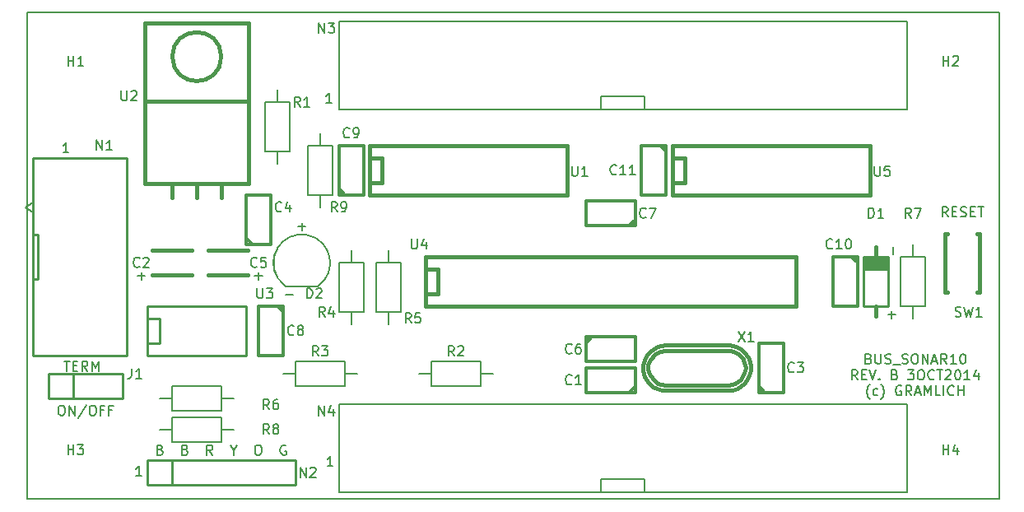
<source format=gto>
%FSLAX36Y36*%
G04 Gerber Fmt 3.6, Leading zero omitted, Abs format (unit inch)*
G04 Created by KiCad (PCBNEW (2014-jul-16 BZR unknown)-product) date Sun 05 Oct 2014 02:04:42 PM PDT*
%MOIN*%
G01*
G04 APERTURE LIST*
%ADD10C,0.003937*%
%ADD11C,0.008000*%
%ADD12C,0.012000*%
%ADD13C,0.015000*%
%ADD14C,0.010000*%
%ADD15C,0.005906*%
G04 APERTURE END LIST*
D10*
D11*
X3937008Y-5905512D02*
X3937008Y-3937008D01*
X7874016Y-5905512D02*
X3937008Y-5905512D01*
X7874016Y-3937008D02*
X7874016Y-5905512D01*
X3937008Y-3937008D02*
X7874016Y-3937008D01*
X5171429Y-4303095D02*
X5148571Y-4303095D01*
X5160000Y-4303095D02*
X5160000Y-4263095D01*
X5156191Y-4268810D01*
X5152381Y-4272619D01*
X5148571Y-4274524D01*
X7666905Y-4763095D02*
X7653571Y-4744048D01*
X7644048Y-4763095D02*
X7644048Y-4723095D01*
X7659286Y-4723095D01*
X7663095Y-4725000D01*
X7665000Y-4726905D01*
X7666905Y-4730714D01*
X7666905Y-4736429D01*
X7665000Y-4740238D01*
X7663095Y-4742143D01*
X7659286Y-4744048D01*
X7644048Y-4744048D01*
X7684048Y-4742143D02*
X7697381Y-4742143D01*
X7703095Y-4763095D02*
X7684048Y-4763095D01*
X7684048Y-4723095D01*
X7703095Y-4723095D01*
X7718333Y-4761190D02*
X7724048Y-4763095D01*
X7733571Y-4763095D01*
X7737381Y-4761190D01*
X7739286Y-4759286D01*
X7741190Y-4755476D01*
X7741190Y-4751667D01*
X7739286Y-4747857D01*
X7737381Y-4745952D01*
X7733571Y-4744048D01*
X7725952Y-4742143D01*
X7722143Y-4740238D01*
X7720238Y-4738333D01*
X7718333Y-4734524D01*
X7718333Y-4730714D01*
X7720238Y-4726905D01*
X7722143Y-4725000D01*
X7725952Y-4723095D01*
X7735476Y-4723095D01*
X7741190Y-4725000D01*
X7758333Y-4742143D02*
X7771667Y-4742143D01*
X7777381Y-4763095D02*
X7758333Y-4763095D01*
X7758333Y-4723095D01*
X7777381Y-4723095D01*
X7788810Y-4723095D02*
X7811667Y-4723095D01*
X7800238Y-4763095D02*
X7800238Y-4723095D01*
X4087619Y-5348095D02*
X4110476Y-5348095D01*
X4099048Y-5388095D02*
X4099048Y-5348095D01*
X4123810Y-5367143D02*
X4137143Y-5367143D01*
X4142857Y-5388095D02*
X4123810Y-5388095D01*
X4123810Y-5348095D01*
X4142857Y-5348095D01*
X4182857Y-5388095D02*
X4169524Y-5369048D01*
X4160000Y-5388095D02*
X4160000Y-5348095D01*
X4175238Y-5348095D01*
X4179048Y-5350000D01*
X4180952Y-5351905D01*
X4182857Y-5355714D01*
X4182857Y-5361429D01*
X4180952Y-5365238D01*
X4179048Y-5367143D01*
X4175238Y-5369048D01*
X4160000Y-5369048D01*
X4200000Y-5388095D02*
X4200000Y-5348095D01*
X4213333Y-5376667D01*
X4226667Y-5348095D01*
X4226667Y-5388095D01*
X7346429Y-5338143D02*
X7352143Y-5340048D01*
X7354048Y-5341952D01*
X7355952Y-5345762D01*
X7355952Y-5351476D01*
X7354048Y-5355286D01*
X7352143Y-5357190D01*
X7348333Y-5359095D01*
X7333095Y-5359095D01*
X7333095Y-5319095D01*
X7346429Y-5319095D01*
X7350238Y-5321000D01*
X7352143Y-5322905D01*
X7354048Y-5326714D01*
X7354048Y-5330524D01*
X7352143Y-5334333D01*
X7350238Y-5336238D01*
X7346429Y-5338143D01*
X7333095Y-5338143D01*
X7373095Y-5319095D02*
X7373095Y-5351476D01*
X7375000Y-5355286D01*
X7376905Y-5357190D01*
X7380714Y-5359095D01*
X7388333Y-5359095D01*
X7392143Y-5357190D01*
X7394048Y-5355286D01*
X7395952Y-5351476D01*
X7395952Y-5319095D01*
X7413095Y-5357190D02*
X7418810Y-5359095D01*
X7428333Y-5359095D01*
X7432143Y-5357190D01*
X7434048Y-5355286D01*
X7435952Y-5351476D01*
X7435952Y-5347667D01*
X7434048Y-5343857D01*
X7432143Y-5341952D01*
X7428333Y-5340048D01*
X7420714Y-5338143D01*
X7416905Y-5336238D01*
X7415000Y-5334333D01*
X7413095Y-5330524D01*
X7413095Y-5326714D01*
X7415000Y-5322905D01*
X7416905Y-5321000D01*
X7420714Y-5319095D01*
X7430238Y-5319095D01*
X7435952Y-5321000D01*
X7443571Y-5362905D02*
X7474048Y-5362905D01*
X7481667Y-5357190D02*
X7487381Y-5359095D01*
X7496905Y-5359095D01*
X7500714Y-5357190D01*
X7502619Y-5355286D01*
X7504524Y-5351476D01*
X7504524Y-5347667D01*
X7502619Y-5343857D01*
X7500714Y-5341952D01*
X7496905Y-5340048D01*
X7489286Y-5338143D01*
X7485476Y-5336238D01*
X7483571Y-5334333D01*
X7481667Y-5330524D01*
X7481667Y-5326714D01*
X7483571Y-5322905D01*
X7485476Y-5321000D01*
X7489286Y-5319095D01*
X7498810Y-5319095D01*
X7504524Y-5321000D01*
X7529286Y-5319095D02*
X7536905Y-5319095D01*
X7540714Y-5321000D01*
X7544524Y-5324810D01*
X7546429Y-5332429D01*
X7546429Y-5345762D01*
X7544524Y-5353381D01*
X7540714Y-5357190D01*
X7536905Y-5359095D01*
X7529286Y-5359095D01*
X7525476Y-5357190D01*
X7521667Y-5353381D01*
X7519762Y-5345762D01*
X7519762Y-5332429D01*
X7521667Y-5324810D01*
X7525476Y-5321000D01*
X7529286Y-5319095D01*
X7563571Y-5359095D02*
X7563571Y-5319095D01*
X7586429Y-5359095D01*
X7586429Y-5319095D01*
X7603571Y-5347667D02*
X7622619Y-5347667D01*
X7599762Y-5359095D02*
X7613095Y-5319095D01*
X7626429Y-5359095D01*
X7662619Y-5359095D02*
X7649286Y-5340048D01*
X7639762Y-5359095D02*
X7639762Y-5319095D01*
X7655000Y-5319095D01*
X7658810Y-5321000D01*
X7660714Y-5322905D01*
X7662619Y-5326714D01*
X7662619Y-5332429D01*
X7660714Y-5336238D01*
X7658810Y-5338143D01*
X7655000Y-5340048D01*
X7639762Y-5340048D01*
X7700714Y-5359095D02*
X7677857Y-5359095D01*
X7689286Y-5359095D02*
X7689286Y-5319095D01*
X7685476Y-5324810D01*
X7681667Y-5328619D01*
X7677857Y-5330524D01*
X7725476Y-5319095D02*
X7729286Y-5319095D01*
X7733095Y-5321000D01*
X7735000Y-5322905D01*
X7736905Y-5326714D01*
X7738810Y-5334333D01*
X7738810Y-5343857D01*
X7736905Y-5351476D01*
X7735000Y-5355286D01*
X7733095Y-5357190D01*
X7729286Y-5359095D01*
X7725476Y-5359095D01*
X7721667Y-5357190D01*
X7719762Y-5355286D01*
X7717857Y-5351476D01*
X7715952Y-5343857D01*
X7715952Y-5334333D01*
X7717857Y-5326714D01*
X7719762Y-5322905D01*
X7721667Y-5321000D01*
X7725476Y-5319095D01*
X7300714Y-5423095D02*
X7287381Y-5404048D01*
X7277857Y-5423095D02*
X7277857Y-5383095D01*
X7293095Y-5383095D01*
X7296905Y-5385000D01*
X7298810Y-5386905D01*
X7300714Y-5390714D01*
X7300714Y-5396429D01*
X7298810Y-5400238D01*
X7296905Y-5402143D01*
X7293095Y-5404048D01*
X7277857Y-5404048D01*
X7317857Y-5402143D02*
X7331190Y-5402143D01*
X7336905Y-5423095D02*
X7317857Y-5423095D01*
X7317857Y-5383095D01*
X7336905Y-5383095D01*
X7348333Y-5383095D02*
X7361667Y-5423095D01*
X7375000Y-5383095D01*
X7388333Y-5419286D02*
X7390238Y-5421190D01*
X7388333Y-5423095D01*
X7386429Y-5421190D01*
X7388333Y-5419286D01*
X7388333Y-5423095D01*
X7451190Y-5402143D02*
X7456905Y-5404048D01*
X7458810Y-5405952D01*
X7460714Y-5409762D01*
X7460714Y-5415476D01*
X7458810Y-5419286D01*
X7456905Y-5421190D01*
X7453095Y-5423095D01*
X7437857Y-5423095D01*
X7437857Y-5383095D01*
X7451190Y-5383095D01*
X7455000Y-5385000D01*
X7456905Y-5386905D01*
X7458810Y-5390714D01*
X7458810Y-5394524D01*
X7456905Y-5398333D01*
X7455000Y-5400238D01*
X7451190Y-5402143D01*
X7437857Y-5402143D01*
X7504524Y-5383095D02*
X7529286Y-5383095D01*
X7515952Y-5398333D01*
X7521667Y-5398333D01*
X7525476Y-5400238D01*
X7527381Y-5402143D01*
X7529286Y-5405952D01*
X7529286Y-5415476D01*
X7527381Y-5419286D01*
X7525476Y-5421190D01*
X7521667Y-5423095D01*
X7510238Y-5423095D01*
X7506429Y-5421190D01*
X7504524Y-5419286D01*
X7554048Y-5383095D02*
X7561667Y-5383095D01*
X7565476Y-5385000D01*
X7569286Y-5388810D01*
X7571190Y-5396429D01*
X7571190Y-5409762D01*
X7569286Y-5417381D01*
X7565476Y-5421190D01*
X7561667Y-5423095D01*
X7554048Y-5423095D01*
X7550238Y-5421190D01*
X7546429Y-5417381D01*
X7544524Y-5409762D01*
X7544524Y-5396429D01*
X7546429Y-5388810D01*
X7550238Y-5385000D01*
X7554048Y-5383095D01*
X7611190Y-5419286D02*
X7609286Y-5421190D01*
X7603571Y-5423095D01*
X7599762Y-5423095D01*
X7594048Y-5421190D01*
X7590238Y-5417381D01*
X7588333Y-5413571D01*
X7586429Y-5405952D01*
X7586429Y-5400238D01*
X7588333Y-5392619D01*
X7590238Y-5388810D01*
X7594048Y-5385000D01*
X7599762Y-5383095D01*
X7603571Y-5383095D01*
X7609286Y-5385000D01*
X7611190Y-5386905D01*
X7622619Y-5383095D02*
X7645476Y-5383095D01*
X7634048Y-5423095D02*
X7634048Y-5383095D01*
X7656905Y-5386905D02*
X7658810Y-5385000D01*
X7662619Y-5383095D01*
X7672143Y-5383095D01*
X7675952Y-5385000D01*
X7677857Y-5386905D01*
X7679762Y-5390714D01*
X7679762Y-5394524D01*
X7677857Y-5400238D01*
X7655000Y-5423095D01*
X7679762Y-5423095D01*
X7704524Y-5383095D02*
X7708333Y-5383095D01*
X7712143Y-5385000D01*
X7714048Y-5386905D01*
X7715952Y-5390714D01*
X7717857Y-5398333D01*
X7717857Y-5407857D01*
X7715952Y-5415476D01*
X7714048Y-5419286D01*
X7712143Y-5421190D01*
X7708333Y-5423095D01*
X7704524Y-5423095D01*
X7700714Y-5421190D01*
X7698810Y-5419286D01*
X7696905Y-5415476D01*
X7695000Y-5407857D01*
X7695000Y-5398333D01*
X7696905Y-5390714D01*
X7698810Y-5386905D01*
X7700714Y-5385000D01*
X7704524Y-5383095D01*
X7755952Y-5423095D02*
X7733095Y-5423095D01*
X7744524Y-5423095D02*
X7744524Y-5383095D01*
X7740714Y-5388810D01*
X7736905Y-5392619D01*
X7733095Y-5394524D01*
X7790238Y-5396429D02*
X7790238Y-5423095D01*
X7780714Y-5381190D02*
X7771190Y-5409762D01*
X7795952Y-5409762D01*
X7350238Y-5502333D02*
X7348333Y-5500429D01*
X7344524Y-5494714D01*
X7342619Y-5490905D01*
X7340714Y-5485190D01*
X7338810Y-5475667D01*
X7338810Y-5468048D01*
X7340714Y-5458524D01*
X7342619Y-5452810D01*
X7344524Y-5449000D01*
X7348333Y-5443286D01*
X7350238Y-5441381D01*
X7382619Y-5485190D02*
X7378810Y-5487095D01*
X7371191Y-5487095D01*
X7367381Y-5485190D01*
X7365476Y-5483286D01*
X7363571Y-5479476D01*
X7363571Y-5468048D01*
X7365476Y-5464238D01*
X7367381Y-5462333D01*
X7371191Y-5460429D01*
X7378810Y-5460429D01*
X7382619Y-5462333D01*
X7395952Y-5502333D02*
X7397857Y-5500429D01*
X7401667Y-5494714D01*
X7403571Y-5490905D01*
X7405476Y-5485190D01*
X7407381Y-5475667D01*
X7407381Y-5468048D01*
X7405476Y-5458524D01*
X7403571Y-5452810D01*
X7401667Y-5449000D01*
X7397857Y-5443286D01*
X7395952Y-5441381D01*
X7477857Y-5449000D02*
X7474048Y-5447095D01*
X7468333Y-5447095D01*
X7462619Y-5449000D01*
X7458810Y-5452810D01*
X7456905Y-5456619D01*
X7455000Y-5464238D01*
X7455000Y-5469952D01*
X7456905Y-5477571D01*
X7458810Y-5481381D01*
X7462619Y-5485190D01*
X7468333Y-5487095D01*
X7472143Y-5487095D01*
X7477857Y-5485190D01*
X7479762Y-5483286D01*
X7479762Y-5469952D01*
X7472143Y-5469952D01*
X7519762Y-5487095D02*
X7506429Y-5468048D01*
X7496905Y-5487095D02*
X7496905Y-5447095D01*
X7512143Y-5447095D01*
X7515952Y-5449000D01*
X7517857Y-5450905D01*
X7519762Y-5454714D01*
X7519762Y-5460429D01*
X7517857Y-5464238D01*
X7515952Y-5466143D01*
X7512143Y-5468048D01*
X7496905Y-5468048D01*
X7535000Y-5475667D02*
X7554048Y-5475667D01*
X7531190Y-5487095D02*
X7544524Y-5447095D01*
X7557857Y-5487095D01*
X7571190Y-5487095D02*
X7571190Y-5447095D01*
X7584524Y-5475667D01*
X7597857Y-5447095D01*
X7597857Y-5487095D01*
X7635952Y-5487095D02*
X7616905Y-5487095D01*
X7616905Y-5447095D01*
X7649286Y-5487095D02*
X7649286Y-5447095D01*
X7691190Y-5483286D02*
X7689286Y-5485190D01*
X7683571Y-5487095D01*
X7679762Y-5487095D01*
X7674048Y-5485190D01*
X7670238Y-5481381D01*
X7668333Y-5477571D01*
X7666429Y-5469952D01*
X7666429Y-5464238D01*
X7668333Y-5456619D01*
X7670238Y-5452810D01*
X7674048Y-5449000D01*
X7679762Y-5447095D01*
X7683571Y-5447095D01*
X7689286Y-5449000D01*
X7691190Y-5450905D01*
X7708333Y-5487095D02*
X7708333Y-5447095D01*
X7708333Y-5466143D02*
X7731190Y-5466143D01*
X7731190Y-5487095D02*
X7731190Y-5447095D01*
X4106429Y-4503095D02*
X4083571Y-4503095D01*
X4095000Y-4503095D02*
X4095000Y-4463095D01*
X4091191Y-4468810D01*
X4087381Y-4472619D01*
X4083571Y-4474524D01*
X5176429Y-5773095D02*
X5153571Y-5773095D01*
X5165000Y-5773095D02*
X5165000Y-5733095D01*
X5161191Y-5738810D01*
X5157381Y-5742619D01*
X5153571Y-5744524D01*
X4074048Y-5528095D02*
X4081667Y-5528095D01*
X4085476Y-5530000D01*
X4089286Y-5533810D01*
X4091190Y-5541429D01*
X4091190Y-5554762D01*
X4089286Y-5562381D01*
X4085476Y-5566190D01*
X4081667Y-5568095D01*
X4074048Y-5568095D01*
X4070238Y-5566190D01*
X4066429Y-5562381D01*
X4064524Y-5554762D01*
X4064524Y-5541429D01*
X4066429Y-5533810D01*
X4070238Y-5530000D01*
X4074048Y-5528095D01*
X4108333Y-5568095D02*
X4108333Y-5528095D01*
X4131190Y-5568095D01*
X4131190Y-5528095D01*
X4178810Y-5526190D02*
X4144524Y-5577619D01*
X4199762Y-5528095D02*
X4207381Y-5528095D01*
X4211190Y-5530000D01*
X4215000Y-5533810D01*
X4216905Y-5541429D01*
X4216905Y-5554762D01*
X4215000Y-5562381D01*
X4211190Y-5566190D01*
X4207381Y-5568095D01*
X4199762Y-5568095D01*
X4195952Y-5566190D01*
X4192143Y-5562381D01*
X4190238Y-5554762D01*
X4190238Y-5541429D01*
X4192143Y-5533810D01*
X4195952Y-5530000D01*
X4199762Y-5528095D01*
X4247381Y-5547143D02*
X4234048Y-5547143D01*
X4234048Y-5568095D02*
X4234048Y-5528095D01*
X4253095Y-5528095D01*
X4281667Y-5547143D02*
X4268333Y-5547143D01*
X4268333Y-5568095D02*
X4268333Y-5528095D01*
X4287381Y-5528095D01*
X4401429Y-5813095D02*
X4378571Y-5813095D01*
X4390000Y-5813095D02*
X4390000Y-5773095D01*
X4386191Y-5778810D01*
X4382381Y-5782619D01*
X4378571Y-5784524D01*
X4477381Y-5707143D02*
X4483095Y-5709048D01*
X4485000Y-5710952D01*
X4486905Y-5714762D01*
X4486905Y-5720476D01*
X4485000Y-5724286D01*
X4483095Y-5726190D01*
X4479286Y-5728095D01*
X4464048Y-5728095D01*
X4464048Y-5688095D01*
X4477381Y-5688095D01*
X4481191Y-5690000D01*
X4483095Y-5691905D01*
X4485000Y-5695714D01*
X4485000Y-5699524D01*
X4483095Y-5703333D01*
X4481191Y-5705238D01*
X4477381Y-5707143D01*
X4464048Y-5707143D01*
X4578333Y-5707143D02*
X4584048Y-5709048D01*
X4585952Y-5710952D01*
X4587857Y-5714762D01*
X4587857Y-5720476D01*
X4585952Y-5724286D01*
X4584048Y-5726190D01*
X4580238Y-5728095D01*
X4565000Y-5728095D01*
X4565000Y-5688095D01*
X4578333Y-5688095D01*
X4582143Y-5690000D01*
X4584048Y-5691905D01*
X4585952Y-5695714D01*
X4585952Y-5699524D01*
X4584048Y-5703333D01*
X4582143Y-5705238D01*
X4578333Y-5707143D01*
X4565000Y-5707143D01*
X4688810Y-5728095D02*
X4675476Y-5709048D01*
X4665952Y-5728095D02*
X4665952Y-5688095D01*
X4681190Y-5688095D01*
X4685000Y-5690000D01*
X4686905Y-5691905D01*
X4688810Y-5695714D01*
X4688810Y-5701429D01*
X4686905Y-5705238D01*
X4685000Y-5707143D01*
X4681190Y-5709048D01*
X4665952Y-5709048D01*
X4774524Y-5709048D02*
X4774524Y-5728095D01*
X4761190Y-5688095D02*
X4774524Y-5709048D01*
X4787857Y-5688095D01*
X4869762Y-5688095D02*
X4877381Y-5688095D01*
X4881190Y-5690000D01*
X4885000Y-5693810D01*
X4886905Y-5701429D01*
X4886905Y-5714762D01*
X4885000Y-5722381D01*
X4881190Y-5726190D01*
X4877381Y-5728095D01*
X4869762Y-5728095D01*
X4865952Y-5726190D01*
X4862143Y-5722381D01*
X4860238Y-5714762D01*
X4860238Y-5701429D01*
X4862143Y-5693810D01*
X4865952Y-5690000D01*
X4869762Y-5688095D01*
X4985952Y-5690000D02*
X4982143Y-5688095D01*
X4976429Y-5688095D01*
X4970714Y-5690000D01*
X4966905Y-5693810D01*
X4965000Y-5697619D01*
X4963095Y-5705238D01*
X4963095Y-5710952D01*
X4965000Y-5718571D01*
X4966905Y-5722381D01*
X4970714Y-5726190D01*
X4976429Y-5728095D01*
X4980238Y-5728095D01*
X4985952Y-5726190D01*
X4987857Y-5724286D01*
X4987857Y-5710952D01*
X4980238Y-5710952D01*
X4890238Y-5002857D02*
X4859762Y-5002857D01*
X4875000Y-5018095D02*
X4875000Y-4987619D01*
X4415238Y-5002857D02*
X4384762Y-5002857D01*
X4400000Y-5018095D02*
X4400000Y-4987619D01*
D12*
X6398000Y-5475000D02*
X6200000Y-5475000D01*
X6200000Y-5475000D02*
X6200000Y-5375000D01*
X6200000Y-5375000D02*
X6400000Y-5375000D01*
X6400000Y-5375000D02*
X6400000Y-5475000D01*
X6400000Y-5450000D02*
X6375000Y-5475000D01*
D13*
X4605000Y-4900000D02*
X4445000Y-4900000D01*
X4445000Y-5000000D02*
X4605000Y-5000000D01*
D12*
X6900000Y-5473000D02*
X6900000Y-5275000D01*
X6900000Y-5275000D02*
X7000000Y-5275000D01*
X7000000Y-5275000D02*
X7000000Y-5475000D01*
X7000000Y-5475000D02*
X6900000Y-5475000D01*
X6925000Y-5475000D02*
X6900000Y-5450000D01*
X4825000Y-4873000D02*
X4825000Y-4675000D01*
X4825000Y-4675000D02*
X4925000Y-4675000D01*
X4925000Y-4675000D02*
X4925000Y-4875000D01*
X4925000Y-4875000D02*
X4825000Y-4875000D01*
X4850000Y-4875000D02*
X4825000Y-4850000D01*
D13*
X4670000Y-5000000D02*
X4830000Y-5000000D01*
X4830000Y-4900000D02*
X4670000Y-4900000D01*
D12*
X6202000Y-5250000D02*
X6400000Y-5250000D01*
X6400000Y-5250000D02*
X6400000Y-5350000D01*
X6400000Y-5350000D02*
X6200000Y-5350000D01*
X6200000Y-5350000D02*
X6200000Y-5250000D01*
X6200000Y-5275000D02*
X6225000Y-5250000D01*
X6398000Y-4800000D02*
X6200000Y-4800000D01*
X6200000Y-4800000D02*
X6200000Y-4700000D01*
X6200000Y-4700000D02*
X6400000Y-4700000D01*
X6400000Y-4700000D02*
X6400000Y-4800000D01*
X6400000Y-4775000D02*
X6375000Y-4800000D01*
X4975000Y-5127000D02*
X4975000Y-5325000D01*
X4975000Y-5325000D02*
X4875000Y-5325000D01*
X4875000Y-5325000D02*
X4875000Y-5125000D01*
X4875000Y-5125000D02*
X4975000Y-5125000D01*
X4950000Y-5125000D02*
X4975000Y-5150000D01*
X5200000Y-4673000D02*
X5200000Y-4475000D01*
X5200000Y-4475000D02*
X5300000Y-4475000D01*
X5300000Y-4475000D02*
X5300000Y-4675000D01*
X5300000Y-4675000D02*
X5200000Y-4675000D01*
X5225000Y-4675000D02*
X5200000Y-4650000D01*
X7300000Y-4927000D02*
X7300000Y-5125000D01*
X7300000Y-5125000D02*
X7200000Y-5125000D01*
X7200000Y-5125000D02*
X7200000Y-4925000D01*
X7200000Y-4925000D02*
X7300000Y-4925000D01*
X7275000Y-4925000D02*
X7300000Y-4950000D01*
X6525000Y-4477000D02*
X6525000Y-4675000D01*
X6525000Y-4675000D02*
X6425000Y-4675000D01*
X6425000Y-4675000D02*
X6425000Y-4475000D01*
X6425000Y-4475000D02*
X6525000Y-4475000D01*
X6500000Y-4475000D02*
X6525000Y-4500000D01*
D13*
X7375000Y-5125000D02*
X7375000Y-5165000D01*
X7375000Y-4935000D02*
X7375000Y-4885000D01*
D14*
X7325000Y-4945000D02*
X7425000Y-4945000D01*
X7325000Y-4955000D02*
X7425000Y-4955000D01*
X7325000Y-4965000D02*
X7425000Y-4965000D01*
X7325000Y-4935000D02*
X7425000Y-4935000D01*
X7325000Y-4975000D02*
X7425000Y-4925000D01*
X7325000Y-4925000D02*
X7425000Y-4975000D01*
X7325000Y-4975000D02*
X7425000Y-4975000D01*
X7325000Y-4950000D02*
X7425000Y-4950000D01*
X7425000Y-4925000D02*
X7325000Y-4925000D01*
X7325000Y-4925000D02*
X7325000Y-5125000D01*
X7325000Y-5125000D02*
X7425000Y-5125000D01*
X7425000Y-5125000D02*
X7425000Y-4925000D01*
X4125000Y-5500000D02*
X4325000Y-5500000D01*
X4325000Y-5500000D02*
X4325000Y-5400000D01*
X4325000Y-5400000D02*
X4125000Y-5400000D01*
X4025000Y-5400000D02*
X4125000Y-5400000D01*
X4125000Y-5400000D02*
X4125000Y-5500000D01*
X4025000Y-5400000D02*
X4025000Y-5500000D01*
X4025000Y-5500000D02*
X4125000Y-5500000D01*
D15*
X3930000Y-4725000D02*
X3960000Y-4705000D01*
X3930000Y-4725000D02*
X3960000Y-4745000D01*
D14*
X3960000Y-5015000D02*
X3980000Y-5015000D01*
X3980000Y-5015000D02*
X3980000Y-4835000D01*
X3980000Y-4835000D02*
X3960000Y-4835000D01*
X4340000Y-4525000D02*
X4340000Y-5325000D01*
X4340000Y-5325000D02*
X3960000Y-5325000D01*
X3960000Y-5325000D02*
X3960000Y-4525000D01*
X3960000Y-4525000D02*
X4340000Y-4525000D01*
X4525000Y-5750000D02*
X5025000Y-5750000D01*
X5025000Y-5750000D02*
X5025000Y-5850000D01*
X5025000Y-5850000D02*
X4525000Y-5850000D01*
X4425000Y-5750000D02*
X4525000Y-5750000D01*
X4525000Y-5750000D02*
X4525000Y-5850000D01*
X4425000Y-5750000D02*
X4425000Y-5850000D01*
X4425000Y-5850000D02*
X4525000Y-5850000D01*
D15*
X6261500Y-4329000D02*
X6261500Y-4276000D01*
X6261500Y-4276000D02*
X6438500Y-4276000D01*
X6438500Y-4276000D02*
X6438500Y-4329000D01*
X5200000Y-3971000D02*
X7500000Y-3971000D01*
X7500000Y-3971000D02*
X7500000Y-4329000D01*
X7500000Y-4329000D02*
X5200000Y-4329000D01*
X5200000Y-4329000D02*
X5200000Y-3971000D01*
X6261500Y-5879000D02*
X6261500Y-5826000D01*
X6261500Y-5826000D02*
X6438500Y-5826000D01*
X6438500Y-5826000D02*
X6438500Y-5879000D01*
X5200000Y-5521000D02*
X7500000Y-5521000D01*
X7500000Y-5521000D02*
X7500000Y-5879000D01*
X7500000Y-5879000D02*
X5200000Y-5879000D01*
X5200000Y-5879000D02*
X5200000Y-5521000D01*
X4950000Y-4500000D02*
X4950000Y-4550000D01*
X4950000Y-4300000D02*
X4950000Y-4250000D01*
X5000000Y-4300000D02*
X4900000Y-4300000D01*
X4900000Y-4300000D02*
X4900000Y-4500000D01*
X4900000Y-4500000D02*
X5000000Y-4500000D01*
X5000000Y-4500000D02*
X5000000Y-4300000D01*
X5775000Y-5400000D02*
X5825000Y-5400000D01*
X5575000Y-5400000D02*
X5525000Y-5400000D01*
X5575000Y-5350000D02*
X5575000Y-5450000D01*
X5575000Y-5450000D02*
X5775000Y-5450000D01*
X5775000Y-5450000D02*
X5775000Y-5350000D01*
X5775000Y-5350000D02*
X5575000Y-5350000D01*
X5225000Y-5400000D02*
X5275000Y-5400000D01*
X5025000Y-5400000D02*
X4975000Y-5400000D01*
X5025000Y-5350000D02*
X5025000Y-5450000D01*
X5025000Y-5450000D02*
X5225000Y-5450000D01*
X5225000Y-5450000D02*
X5225000Y-5350000D01*
X5225000Y-5350000D02*
X5025000Y-5350000D01*
X5250000Y-5150000D02*
X5250000Y-5200000D01*
X5250000Y-4950000D02*
X5250000Y-4900000D01*
X5300000Y-4950000D02*
X5200000Y-4950000D01*
X5200000Y-4950000D02*
X5200000Y-5150000D01*
X5200000Y-5150000D02*
X5300000Y-5150000D01*
X5300000Y-5150000D02*
X5300000Y-4950000D01*
X5400000Y-5150000D02*
X5400000Y-5200000D01*
X5400000Y-4950000D02*
X5400000Y-4900000D01*
X5450000Y-4950000D02*
X5350000Y-4950000D01*
X5350000Y-4950000D02*
X5350000Y-5150000D01*
X5350000Y-5150000D02*
X5450000Y-5150000D01*
X5450000Y-5150000D02*
X5450000Y-4950000D01*
X4525000Y-5500000D02*
X4475000Y-5500000D01*
X4725000Y-5500000D02*
X4775000Y-5500000D01*
X4725000Y-5550000D02*
X4725000Y-5450000D01*
X4725000Y-5450000D02*
X4525000Y-5450000D01*
X4525000Y-5450000D02*
X4525000Y-5550000D01*
X4525000Y-5550000D02*
X4725000Y-5550000D01*
X7525000Y-4925000D02*
X7525000Y-4875000D01*
X7525000Y-5125000D02*
X7525000Y-5175000D01*
X7475000Y-5125000D02*
X7575000Y-5125000D01*
X7575000Y-5125000D02*
X7575000Y-4925000D01*
X7575000Y-4925000D02*
X7475000Y-4925000D01*
X7475000Y-4925000D02*
X7475000Y-5125000D01*
D13*
X7656100Y-5068100D02*
X7665900Y-5068100D01*
X7656100Y-4831900D02*
X7665900Y-4831900D01*
X7793900Y-5068100D02*
X7784100Y-5068100D01*
X7793900Y-4831900D02*
X7784100Y-4831900D01*
X7656100Y-4831900D02*
X7656100Y-5068100D01*
X7793900Y-4831900D02*
X7793900Y-5068100D01*
X5325000Y-4475000D02*
X6125000Y-4475000D01*
X6125000Y-4675000D02*
X5325000Y-4675000D01*
X5325000Y-4675000D02*
X5325000Y-4475000D01*
X5325000Y-4525000D02*
X5375000Y-4525000D01*
X5375000Y-4525000D02*
X5375000Y-4625000D01*
X5375000Y-4625000D02*
X5325000Y-4625000D01*
X6125000Y-4475000D02*
X6125000Y-4675000D01*
X4525000Y-4630000D02*
X4525000Y-4685000D01*
X4625000Y-4630000D02*
X4625000Y-4685000D01*
X4725000Y-4630000D02*
X4725000Y-4685000D01*
X4723995Y-4115000D02*
G75*
G03X4723995Y-4115000I-98995J0D01*
G74*
G01*
X4835000Y-4295000D02*
X4835000Y-3980000D01*
X4835000Y-3980000D02*
X4415000Y-3980000D01*
X4415000Y-3980000D02*
X4415000Y-4295000D01*
X4835000Y-4630000D02*
X4835000Y-4295000D01*
X4835000Y-4295000D02*
X4415000Y-4295000D01*
X4415000Y-4295000D02*
X4415000Y-4630000D01*
X4625000Y-4630000D02*
X4415000Y-4630000D01*
X4625000Y-4630000D02*
X4835000Y-4630000D01*
D14*
X4425000Y-5175000D02*
X4475000Y-5175000D01*
X4475000Y-5175000D02*
X4475000Y-5275000D01*
X4475000Y-5275000D02*
X4425000Y-5275000D01*
X4425000Y-5125000D02*
X4825000Y-5125000D01*
X4825000Y-5125000D02*
X4825000Y-5325000D01*
X4825000Y-5325000D02*
X4425000Y-5325000D01*
X4425000Y-5325000D02*
X4425000Y-5125000D01*
D13*
X5550000Y-4925000D02*
X7050000Y-4925000D01*
X7050000Y-4925000D02*
X7050000Y-5125000D01*
X7050000Y-5125000D02*
X5550000Y-5125000D01*
X5550000Y-5125000D02*
X5550000Y-4925000D01*
X5550000Y-4975000D02*
X5600000Y-4975000D01*
X5600000Y-4975000D02*
X5600000Y-5075000D01*
X5600000Y-5075000D02*
X5550000Y-5075000D01*
X6550000Y-4475000D02*
X7350000Y-4475000D01*
X7350000Y-4675000D02*
X6550000Y-4675000D01*
X6550000Y-4675000D02*
X6550000Y-4475000D01*
X6550000Y-4525000D02*
X6600000Y-4525000D01*
X6600000Y-4525000D02*
X6600000Y-4625000D01*
X6600000Y-4625000D02*
X6550000Y-4625000D01*
X7350000Y-4475000D02*
X7350000Y-4675000D01*
X6835000Y-5335600D02*
X6842900Y-5351400D01*
X6842900Y-5351400D02*
X6846900Y-5375000D01*
X6846900Y-5375000D02*
X6842900Y-5394700D01*
X6842900Y-5394700D02*
X6827200Y-5422200D01*
X6827200Y-5422200D02*
X6803500Y-5438000D01*
X6803500Y-5438000D02*
X6779900Y-5445900D01*
X6779900Y-5445900D02*
X6520100Y-5445900D01*
X6520100Y-5445900D02*
X6492500Y-5438000D01*
X6492500Y-5438000D02*
X6476800Y-5426200D01*
X6476800Y-5426200D02*
X6461000Y-5406500D01*
X6461000Y-5406500D02*
X6453100Y-5382900D01*
X6453100Y-5382900D02*
X6453100Y-5363200D01*
X6453100Y-5363200D02*
X6461000Y-5343500D01*
X6461000Y-5343500D02*
X6480700Y-5319900D01*
X6480700Y-5319900D02*
X6500400Y-5308100D01*
X6500400Y-5308100D02*
X6520100Y-5304100D01*
X6524000Y-5304100D02*
X6783900Y-5304100D01*
X6783900Y-5304100D02*
X6799600Y-5308100D01*
X6799600Y-5308100D02*
X6819300Y-5319900D01*
X6819300Y-5319900D02*
X6839000Y-5339600D01*
X6524400Y-5283300D02*
X6506300Y-5285200D01*
X6506300Y-5285200D02*
X6490600Y-5289600D01*
X6490600Y-5289600D02*
X6473600Y-5298200D01*
X6473600Y-5298200D02*
X6462200Y-5307300D01*
X6462200Y-5307300D02*
X6449200Y-5321100D01*
X6449200Y-5321100D02*
X6437800Y-5342300D01*
X6437800Y-5342300D02*
X6432700Y-5365900D01*
X6432700Y-5365900D02*
X6432700Y-5386000D01*
X6432700Y-5386000D02*
X6439400Y-5413600D01*
X6439400Y-5413600D02*
X6455100Y-5436800D01*
X6455100Y-5436800D02*
X6473200Y-5451400D01*
X6473200Y-5451400D02*
X6489800Y-5459600D01*
X6489800Y-5459600D02*
X6507500Y-5465900D01*
X6507500Y-5465900D02*
X6524800Y-5467100D01*
X6813800Y-5458500D02*
X6828700Y-5449800D01*
X6828700Y-5449800D02*
X6841300Y-5438800D01*
X6841300Y-5438800D02*
X6851200Y-5425800D01*
X6851200Y-5425800D02*
X6863000Y-5404100D01*
X6863000Y-5404100D02*
X6867300Y-5385600D01*
X6867300Y-5385600D02*
X6868100Y-5367500D01*
X6868100Y-5367500D02*
X6864600Y-5349400D01*
X6864600Y-5349400D02*
X6857100Y-5331700D01*
X6857100Y-5331700D02*
X6842900Y-5313200D01*
X6842900Y-5313200D02*
X6829100Y-5300600D01*
X6829100Y-5300600D02*
X6813800Y-5291500D01*
X6813800Y-5291500D02*
X6796900Y-5286000D01*
X6796900Y-5286000D02*
X6779500Y-5283300D01*
X6524000Y-5466700D02*
X6778000Y-5466700D01*
X6778000Y-5466700D02*
X6794500Y-5465200D01*
X6794500Y-5465200D02*
X6813800Y-5458500D01*
X6524000Y-5283300D02*
X6778000Y-5283300D01*
D15*
X4525000Y-5625000D02*
X4475000Y-5625000D01*
X4725000Y-5625000D02*
X4775000Y-5625000D01*
X4725000Y-5675000D02*
X4725000Y-5575000D01*
X4725000Y-5575000D02*
X4525000Y-5575000D01*
X4525000Y-5575000D02*
X4525000Y-5675000D01*
X4525000Y-5675000D02*
X4725000Y-5675000D01*
X5125000Y-4675000D02*
X5125000Y-4725000D01*
X5125000Y-4475000D02*
X5125000Y-4425000D01*
X5175000Y-4475000D02*
X5075000Y-4475000D01*
X5075000Y-4475000D02*
X5075000Y-4675000D01*
X5075000Y-4675000D02*
X5175000Y-4675000D01*
X5175000Y-4675000D02*
X5175000Y-4475000D01*
X4955000Y-4885000D02*
G75*
G03X4985000Y-5045000I95000J-65000D01*
G74*
G01*
X4985000Y-5045000D02*
X5115000Y-5045000D01*
X5115000Y-5045000D02*
G75*
G03X4955000Y-5015000I-65000J95000D01*
G74*
G01*
D11*
X6143333Y-5439286D02*
X6141429Y-5441190D01*
X6135714Y-5443095D01*
X6131905Y-5443095D01*
X6126191Y-5441190D01*
X6122381Y-5437381D01*
X6120476Y-5433571D01*
X6118571Y-5425952D01*
X6118571Y-5420238D01*
X6120476Y-5412619D01*
X6122381Y-5408810D01*
X6126191Y-5405000D01*
X6131905Y-5403095D01*
X6135714Y-5403095D01*
X6141429Y-5405000D01*
X6143333Y-5406905D01*
X6181429Y-5443095D02*
X6158571Y-5443095D01*
X6170000Y-5443095D02*
X6170000Y-5403095D01*
X6166191Y-5408810D01*
X6162381Y-5412619D01*
X6158571Y-5414524D01*
X4393333Y-4964286D02*
X4391429Y-4966190D01*
X4385714Y-4968095D01*
X4381905Y-4968095D01*
X4376191Y-4966190D01*
X4372381Y-4962381D01*
X4370476Y-4958571D01*
X4368571Y-4950952D01*
X4368571Y-4945238D01*
X4370476Y-4937619D01*
X4372381Y-4933810D01*
X4376191Y-4930000D01*
X4381905Y-4928095D01*
X4385714Y-4928095D01*
X4391429Y-4930000D01*
X4393333Y-4931905D01*
X4408571Y-4931905D02*
X4410476Y-4930000D01*
X4414286Y-4928095D01*
X4423810Y-4928095D01*
X4427619Y-4930000D01*
X4429524Y-4931905D01*
X4431429Y-4935714D01*
X4431429Y-4939524D01*
X4429524Y-4945238D01*
X4406667Y-4968095D01*
X4431429Y-4968095D01*
X7043333Y-5389286D02*
X7041429Y-5391190D01*
X7035714Y-5393095D01*
X7031905Y-5393095D01*
X7026191Y-5391190D01*
X7022381Y-5387381D01*
X7020476Y-5383571D01*
X7018571Y-5375952D01*
X7018571Y-5370238D01*
X7020476Y-5362619D01*
X7022381Y-5358810D01*
X7026191Y-5355000D01*
X7031905Y-5353095D01*
X7035714Y-5353095D01*
X7041429Y-5355000D01*
X7043333Y-5356905D01*
X7056667Y-5353095D02*
X7081429Y-5353095D01*
X7068095Y-5368333D01*
X7073810Y-5368333D01*
X7077619Y-5370238D01*
X7079524Y-5372143D01*
X7081429Y-5375952D01*
X7081429Y-5385476D01*
X7079524Y-5389286D01*
X7077619Y-5391190D01*
X7073810Y-5393095D01*
X7062381Y-5393095D01*
X7058571Y-5391190D01*
X7056667Y-5389286D01*
X4968333Y-4739286D02*
X4966429Y-4741190D01*
X4960714Y-4743095D01*
X4956905Y-4743095D01*
X4951191Y-4741190D01*
X4947381Y-4737381D01*
X4945476Y-4733571D01*
X4943571Y-4725952D01*
X4943571Y-4720238D01*
X4945476Y-4712619D01*
X4947381Y-4708810D01*
X4951191Y-4705000D01*
X4956905Y-4703095D01*
X4960714Y-4703095D01*
X4966429Y-4705000D01*
X4968333Y-4706905D01*
X5002619Y-4716429D02*
X5002619Y-4743095D01*
X4993095Y-4701190D02*
X4983571Y-4729762D01*
X5008333Y-4729762D01*
X4868333Y-4964286D02*
X4866429Y-4966190D01*
X4860714Y-4968095D01*
X4856905Y-4968095D01*
X4851191Y-4966190D01*
X4847381Y-4962381D01*
X4845476Y-4958571D01*
X4843571Y-4950952D01*
X4843571Y-4945238D01*
X4845476Y-4937619D01*
X4847381Y-4933810D01*
X4851191Y-4930000D01*
X4856905Y-4928095D01*
X4860714Y-4928095D01*
X4866429Y-4930000D01*
X4868333Y-4931905D01*
X4904524Y-4928095D02*
X4885476Y-4928095D01*
X4883571Y-4947143D01*
X4885476Y-4945238D01*
X4889286Y-4943333D01*
X4898810Y-4943333D01*
X4902619Y-4945238D01*
X4904524Y-4947143D01*
X4906429Y-4950952D01*
X4906429Y-4960476D01*
X4904524Y-4964286D01*
X4902619Y-4966190D01*
X4898810Y-4968095D01*
X4889286Y-4968095D01*
X4885476Y-4966190D01*
X4883571Y-4964286D01*
X6143333Y-5314286D02*
X6141429Y-5316190D01*
X6135714Y-5318095D01*
X6131905Y-5318095D01*
X6126191Y-5316190D01*
X6122381Y-5312381D01*
X6120476Y-5308571D01*
X6118571Y-5300952D01*
X6118571Y-5295238D01*
X6120476Y-5287619D01*
X6122381Y-5283810D01*
X6126191Y-5280000D01*
X6131905Y-5278095D01*
X6135714Y-5278095D01*
X6141429Y-5280000D01*
X6143333Y-5281905D01*
X6177619Y-5278095D02*
X6170000Y-5278095D01*
X6166191Y-5280000D01*
X6164286Y-5281905D01*
X6160476Y-5287619D01*
X6158571Y-5295238D01*
X6158571Y-5310476D01*
X6160476Y-5314286D01*
X6162381Y-5316190D01*
X6166191Y-5318095D01*
X6173810Y-5318095D01*
X6177619Y-5316190D01*
X6179524Y-5314286D01*
X6181429Y-5310476D01*
X6181429Y-5300952D01*
X6179524Y-5297143D01*
X6177619Y-5295238D01*
X6173810Y-5293333D01*
X6166191Y-5293333D01*
X6162381Y-5295238D01*
X6160476Y-5297143D01*
X6158571Y-5300952D01*
X6443333Y-4764286D02*
X6441429Y-4766190D01*
X6435714Y-4768095D01*
X6431905Y-4768095D01*
X6426191Y-4766190D01*
X6422381Y-4762381D01*
X6420476Y-4758571D01*
X6418571Y-4750952D01*
X6418571Y-4745238D01*
X6420476Y-4737619D01*
X6422381Y-4733810D01*
X6426191Y-4730000D01*
X6431905Y-4728095D01*
X6435714Y-4728095D01*
X6441429Y-4730000D01*
X6443333Y-4731905D01*
X6456667Y-4728095D02*
X6483333Y-4728095D01*
X6466191Y-4768095D01*
X5018333Y-5239286D02*
X5016429Y-5241190D01*
X5010714Y-5243095D01*
X5006905Y-5243095D01*
X5001191Y-5241190D01*
X4997381Y-5237381D01*
X4995476Y-5233571D01*
X4993571Y-5225952D01*
X4993571Y-5220238D01*
X4995476Y-5212619D01*
X4997381Y-5208810D01*
X5001191Y-5205000D01*
X5006905Y-5203095D01*
X5010714Y-5203095D01*
X5016429Y-5205000D01*
X5018333Y-5206905D01*
X5041191Y-5220238D02*
X5037381Y-5218333D01*
X5035476Y-5216429D01*
X5033571Y-5212619D01*
X5033571Y-5210714D01*
X5035476Y-5206905D01*
X5037381Y-5205000D01*
X5041191Y-5203095D01*
X5048810Y-5203095D01*
X5052619Y-5205000D01*
X5054524Y-5206905D01*
X5056429Y-5210714D01*
X5056429Y-5212619D01*
X5054524Y-5216429D01*
X5052619Y-5218333D01*
X5048810Y-5220238D01*
X5041191Y-5220238D01*
X5037381Y-5222143D01*
X5035476Y-5224048D01*
X5033571Y-5227857D01*
X5033571Y-5235476D01*
X5035476Y-5239286D01*
X5037381Y-5241190D01*
X5041191Y-5243095D01*
X5048810Y-5243095D01*
X5052619Y-5241190D01*
X5054524Y-5239286D01*
X5056429Y-5235476D01*
X5056429Y-5227857D01*
X5054524Y-5224048D01*
X5052619Y-5222143D01*
X5048810Y-5220238D01*
X5243333Y-4439286D02*
X5241429Y-4441190D01*
X5235714Y-4443095D01*
X5231905Y-4443095D01*
X5226191Y-4441190D01*
X5222381Y-4437381D01*
X5220476Y-4433571D01*
X5218571Y-4425952D01*
X5218571Y-4420238D01*
X5220476Y-4412619D01*
X5222381Y-4408810D01*
X5226191Y-4405000D01*
X5231905Y-4403095D01*
X5235714Y-4403095D01*
X5241429Y-4405000D01*
X5243333Y-4406905D01*
X5262381Y-4443095D02*
X5270000Y-4443095D01*
X5273810Y-4441190D01*
X5275714Y-4439286D01*
X5279524Y-4433571D01*
X5281429Y-4425952D01*
X5281429Y-4410714D01*
X5279524Y-4406905D01*
X5277619Y-4405000D01*
X5273810Y-4403095D01*
X5266191Y-4403095D01*
X5262381Y-4405000D01*
X5260476Y-4406905D01*
X5258571Y-4410714D01*
X5258571Y-4420238D01*
X5260476Y-4424048D01*
X5262381Y-4425952D01*
X5266191Y-4427857D01*
X5273810Y-4427857D01*
X5277619Y-4425952D01*
X5279524Y-4424048D01*
X5281429Y-4420238D01*
X7199286Y-4889286D02*
X7197381Y-4891190D01*
X7191667Y-4893095D01*
X7187857Y-4893095D01*
X7182143Y-4891190D01*
X7178333Y-4887381D01*
X7176429Y-4883571D01*
X7174524Y-4875952D01*
X7174524Y-4870238D01*
X7176429Y-4862619D01*
X7178333Y-4858810D01*
X7182143Y-4855000D01*
X7187857Y-4853095D01*
X7191667Y-4853095D01*
X7197381Y-4855000D01*
X7199286Y-4856905D01*
X7237381Y-4893095D02*
X7214524Y-4893095D01*
X7225952Y-4893095D02*
X7225952Y-4853095D01*
X7222143Y-4858810D01*
X7218333Y-4862619D01*
X7214524Y-4864524D01*
X7262143Y-4853095D02*
X7265952Y-4853095D01*
X7269762Y-4855000D01*
X7271667Y-4856905D01*
X7273571Y-4860714D01*
X7275476Y-4868333D01*
X7275476Y-4877857D01*
X7273571Y-4885476D01*
X7271667Y-4889286D01*
X7269762Y-4891190D01*
X7265952Y-4893095D01*
X7262143Y-4893095D01*
X7258333Y-4891190D01*
X7256429Y-4889286D01*
X7254524Y-4885476D01*
X7252619Y-4877857D01*
X7252619Y-4868333D01*
X7254524Y-4860714D01*
X7256429Y-4856905D01*
X7258333Y-4855000D01*
X7262143Y-4853095D01*
X6324286Y-4589286D02*
X6322381Y-4591190D01*
X6316667Y-4593095D01*
X6312857Y-4593095D01*
X6307143Y-4591190D01*
X6303333Y-4587381D01*
X6301429Y-4583571D01*
X6299524Y-4575952D01*
X6299524Y-4570238D01*
X6301429Y-4562619D01*
X6303333Y-4558810D01*
X6307143Y-4555000D01*
X6312857Y-4553095D01*
X6316667Y-4553095D01*
X6322381Y-4555000D01*
X6324286Y-4556905D01*
X6362381Y-4593095D02*
X6339524Y-4593095D01*
X6350952Y-4593095D02*
X6350952Y-4553095D01*
X6347143Y-4558810D01*
X6343333Y-4562619D01*
X6339524Y-4564524D01*
X6400476Y-4593095D02*
X6377619Y-4593095D01*
X6389048Y-4593095D02*
X6389048Y-4553095D01*
X6385238Y-4558810D01*
X6381429Y-4562619D01*
X6377619Y-4564524D01*
X7345476Y-4768095D02*
X7345476Y-4728095D01*
X7355000Y-4728095D01*
X7360714Y-4730000D01*
X7364524Y-4733810D01*
X7366429Y-4737619D01*
X7368333Y-4745238D01*
X7368333Y-4750952D01*
X7366429Y-4758571D01*
X7364524Y-4762381D01*
X7360714Y-4766190D01*
X7355000Y-4768095D01*
X7345476Y-4768095D01*
X7406429Y-4768095D02*
X7383571Y-4768095D01*
X7395000Y-4768095D02*
X7395000Y-4728095D01*
X7391191Y-4733810D01*
X7387381Y-4737619D01*
X7383571Y-4739524D01*
X7445180Y-4916616D02*
X7445180Y-4886140D01*
X7439274Y-5174884D02*
X7439274Y-5144408D01*
X7454513Y-5159646D02*
X7424036Y-5159646D01*
X4103382Y-4151954D02*
X4103382Y-4111954D01*
X4103382Y-4131001D02*
X4126239Y-4131001D01*
X4126239Y-4151954D02*
X4126239Y-4111954D01*
X4166239Y-4151954D02*
X4143382Y-4151954D01*
X4154811Y-4151954D02*
X4154811Y-4111954D01*
X4151001Y-4117668D01*
X4147192Y-4121477D01*
X4143382Y-4123382D01*
X7646689Y-4151954D02*
X7646689Y-4111954D01*
X7646689Y-4131001D02*
X7669546Y-4131001D01*
X7669546Y-4151954D02*
X7669546Y-4111954D01*
X7686689Y-4115763D02*
X7688594Y-4113858D01*
X7692403Y-4111954D01*
X7701927Y-4111954D01*
X7705737Y-4113858D01*
X7707642Y-4115763D01*
X7709546Y-4119573D01*
X7709546Y-4123382D01*
X7707642Y-4129096D01*
X7684784Y-4151954D01*
X7709546Y-4151954D01*
X4103382Y-5726757D02*
X4103382Y-5686757D01*
X4103382Y-5705804D02*
X4126239Y-5705804D01*
X4126239Y-5726757D02*
X4126239Y-5686757D01*
X4141477Y-5686757D02*
X4166239Y-5686757D01*
X4152906Y-5701995D01*
X4158620Y-5701995D01*
X4162430Y-5703900D01*
X4164334Y-5705804D01*
X4166239Y-5709614D01*
X4166239Y-5719138D01*
X4164334Y-5722947D01*
X4162430Y-5724852D01*
X4158620Y-5726757D01*
X4147192Y-5726757D01*
X4143382Y-5724852D01*
X4141477Y-5722947D01*
X7646689Y-5726757D02*
X7646689Y-5686757D01*
X7646689Y-5705804D02*
X7669546Y-5705804D01*
X7669546Y-5726757D02*
X7669546Y-5686757D01*
X7705737Y-5700090D02*
X7705737Y-5726757D01*
X7696213Y-5684852D02*
X7686689Y-5713423D01*
X7711451Y-5713423D01*
X4361667Y-5378095D02*
X4361667Y-5406667D01*
X4359762Y-5412381D01*
X4355952Y-5416190D01*
X4350238Y-5418095D01*
X4346429Y-5418095D01*
X4401667Y-5418095D02*
X4378810Y-5418095D01*
X4390238Y-5418095D02*
X4390238Y-5378095D01*
X4386429Y-5383810D01*
X4382619Y-5387619D01*
X4378810Y-5389524D01*
X4219524Y-4493095D02*
X4219524Y-4453095D01*
X4242381Y-4493095D01*
X4242381Y-4453095D01*
X4282381Y-4493095D02*
X4259524Y-4493095D01*
X4270952Y-4493095D02*
X4270952Y-4453095D01*
X4267143Y-4458810D01*
X4263333Y-4462619D01*
X4259524Y-4464524D01*
X5044524Y-5818095D02*
X5044524Y-5778095D01*
X5067381Y-5818095D01*
X5067381Y-5778095D01*
X5084524Y-5781905D02*
X5086429Y-5780000D01*
X5090238Y-5778095D01*
X5099762Y-5778095D01*
X5103571Y-5780000D01*
X5105476Y-5781905D01*
X5107381Y-5785714D01*
X5107381Y-5789524D01*
X5105476Y-5795238D01*
X5082619Y-5818095D01*
X5107381Y-5818095D01*
X5119524Y-4018095D02*
X5119524Y-3978095D01*
X5142381Y-4018095D01*
X5142381Y-3978095D01*
X5157619Y-3978095D02*
X5182381Y-3978095D01*
X5169048Y-3993333D01*
X5174762Y-3993333D01*
X5178571Y-3995238D01*
X5180476Y-3997143D01*
X5182381Y-4000952D01*
X5182381Y-4010476D01*
X5180476Y-4014286D01*
X5178571Y-4016190D01*
X5174762Y-4018095D01*
X5163333Y-4018095D01*
X5159524Y-4016190D01*
X5157619Y-4014286D01*
X5119524Y-5568095D02*
X5119524Y-5528095D01*
X5142381Y-5568095D01*
X5142381Y-5528095D01*
X5178571Y-5541429D02*
X5178571Y-5568095D01*
X5169048Y-5526190D02*
X5159524Y-5554762D01*
X5184286Y-5554762D01*
X5043333Y-4318095D02*
X5030000Y-4299048D01*
X5020476Y-4318095D02*
X5020476Y-4278095D01*
X5035714Y-4278095D01*
X5039524Y-4280000D01*
X5041429Y-4281905D01*
X5043333Y-4285714D01*
X5043333Y-4291429D01*
X5041429Y-4295238D01*
X5039524Y-4297143D01*
X5035714Y-4299048D01*
X5020476Y-4299048D01*
X5081429Y-4318095D02*
X5058571Y-4318095D01*
X5070000Y-4318095D02*
X5070000Y-4278095D01*
X5066191Y-4283810D01*
X5062381Y-4287619D01*
X5058571Y-4289524D01*
X5667152Y-5326363D02*
X5653819Y-5307315D01*
X5644295Y-5326363D02*
X5644295Y-5286363D01*
X5659533Y-5286363D01*
X5663343Y-5288268D01*
X5665247Y-5290172D01*
X5667152Y-5293982D01*
X5667152Y-5299696D01*
X5665247Y-5303506D01*
X5663343Y-5305411D01*
X5659533Y-5307315D01*
X5644295Y-5307315D01*
X5682390Y-5290172D02*
X5684295Y-5288268D01*
X5688105Y-5286363D01*
X5697628Y-5286363D01*
X5701438Y-5288268D01*
X5703343Y-5290172D01*
X5705247Y-5293982D01*
X5705247Y-5297792D01*
X5703343Y-5303506D01*
X5680486Y-5326363D01*
X5705247Y-5326363D01*
X5117152Y-5326363D02*
X5103819Y-5307315D01*
X5094295Y-5326363D02*
X5094295Y-5286363D01*
X5109533Y-5286363D01*
X5113343Y-5288268D01*
X5115247Y-5290172D01*
X5117152Y-5293982D01*
X5117152Y-5299696D01*
X5115247Y-5303506D01*
X5113343Y-5305411D01*
X5109533Y-5307315D01*
X5094295Y-5307315D01*
X5130486Y-5286363D02*
X5155247Y-5286363D01*
X5141914Y-5301601D01*
X5147628Y-5301601D01*
X5151438Y-5303506D01*
X5153343Y-5305411D01*
X5155247Y-5309220D01*
X5155247Y-5318744D01*
X5153343Y-5322553D01*
X5151438Y-5324458D01*
X5147628Y-5326363D01*
X5136200Y-5326363D01*
X5132390Y-5324458D01*
X5130486Y-5322553D01*
X5143333Y-5168095D02*
X5130000Y-5149048D01*
X5120476Y-5168095D02*
X5120476Y-5128095D01*
X5135714Y-5128095D01*
X5139524Y-5130000D01*
X5141429Y-5131905D01*
X5143333Y-5135714D01*
X5143333Y-5141429D01*
X5141429Y-5145238D01*
X5139524Y-5147143D01*
X5135714Y-5149048D01*
X5120476Y-5149048D01*
X5177619Y-5141429D02*
X5177619Y-5168095D01*
X5168095Y-5126190D02*
X5158571Y-5154762D01*
X5183333Y-5154762D01*
X5493333Y-5193095D02*
X5480000Y-5174048D01*
X5470476Y-5193095D02*
X5470476Y-5153095D01*
X5485714Y-5153095D01*
X5489524Y-5155000D01*
X5491429Y-5156905D01*
X5493333Y-5160714D01*
X5493333Y-5166429D01*
X5491429Y-5170238D01*
X5489524Y-5172143D01*
X5485714Y-5174048D01*
X5470476Y-5174048D01*
X5529524Y-5153095D02*
X5510476Y-5153095D01*
X5508571Y-5172143D01*
X5510476Y-5170238D01*
X5514286Y-5168333D01*
X5523810Y-5168333D01*
X5527619Y-5170238D01*
X5529524Y-5172143D01*
X5531429Y-5175952D01*
X5531429Y-5185476D01*
X5529524Y-5189286D01*
X5527619Y-5191190D01*
X5523810Y-5193095D01*
X5514286Y-5193095D01*
X5510476Y-5191190D01*
X5508571Y-5189286D01*
X4918333Y-5543095D02*
X4905000Y-5524048D01*
X4895476Y-5543095D02*
X4895476Y-5503095D01*
X4910714Y-5503095D01*
X4914524Y-5505000D01*
X4916429Y-5506905D01*
X4918333Y-5510714D01*
X4918333Y-5516429D01*
X4916429Y-5520238D01*
X4914524Y-5522143D01*
X4910714Y-5524048D01*
X4895476Y-5524048D01*
X4952619Y-5503095D02*
X4945000Y-5503095D01*
X4941191Y-5505000D01*
X4939286Y-5506905D01*
X4935476Y-5512619D01*
X4933571Y-5520238D01*
X4933571Y-5535476D01*
X4935476Y-5539286D01*
X4937381Y-5541190D01*
X4941191Y-5543095D01*
X4948810Y-5543095D01*
X4952619Y-5541190D01*
X4954524Y-5539286D01*
X4956429Y-5535476D01*
X4956429Y-5525952D01*
X4954524Y-5522143D01*
X4952619Y-5520238D01*
X4948810Y-5518333D01*
X4941191Y-5518333D01*
X4937381Y-5520238D01*
X4935476Y-5522143D01*
X4933571Y-5525952D01*
X7518333Y-4768095D02*
X7505000Y-4749048D01*
X7495476Y-4768095D02*
X7495476Y-4728095D01*
X7510714Y-4728095D01*
X7514524Y-4730000D01*
X7516429Y-4731905D01*
X7518333Y-4735714D01*
X7518333Y-4741429D01*
X7516429Y-4745238D01*
X7514524Y-4747143D01*
X7510714Y-4749048D01*
X7495476Y-4749048D01*
X7531667Y-4728095D02*
X7558333Y-4728095D01*
X7541191Y-4768095D01*
X7696667Y-5166190D02*
X7702381Y-5168095D01*
X7711905Y-5168095D01*
X7715714Y-5166190D01*
X7717619Y-5164286D01*
X7719524Y-5160476D01*
X7719524Y-5156667D01*
X7717619Y-5152857D01*
X7715714Y-5150952D01*
X7711905Y-5149048D01*
X7704286Y-5147143D01*
X7700476Y-5145238D01*
X7698571Y-5143333D01*
X7696667Y-5139524D01*
X7696667Y-5135714D01*
X7698571Y-5131905D01*
X7700476Y-5130000D01*
X7704286Y-5128095D01*
X7713810Y-5128095D01*
X7719524Y-5130000D01*
X7732857Y-5128095D02*
X7742381Y-5168095D01*
X7750000Y-5139524D01*
X7757619Y-5168095D01*
X7767143Y-5128095D01*
X7803333Y-5168095D02*
X7780476Y-5168095D01*
X7791905Y-5168095D02*
X7791905Y-5128095D01*
X7788095Y-5133810D01*
X7784286Y-5137619D01*
X7780476Y-5139524D01*
X6144524Y-4558095D02*
X6144524Y-4590476D01*
X6146429Y-4594286D01*
X6148333Y-4596190D01*
X6152143Y-4598095D01*
X6159762Y-4598095D01*
X6163571Y-4596190D01*
X6165476Y-4594286D01*
X6167381Y-4590476D01*
X6167381Y-4558095D01*
X6207381Y-4598095D02*
X6184524Y-4598095D01*
X6195952Y-4598095D02*
X6195952Y-4558095D01*
X6192143Y-4563810D01*
X6188333Y-4567619D01*
X6184524Y-4569524D01*
X4319524Y-4253095D02*
X4319524Y-4285476D01*
X4321429Y-4289286D01*
X4323333Y-4291190D01*
X4327143Y-4293095D01*
X4334762Y-4293095D01*
X4338571Y-4291190D01*
X4340476Y-4289286D01*
X4342381Y-4285476D01*
X4342381Y-4253095D01*
X4359524Y-4256905D02*
X4361429Y-4255000D01*
X4365238Y-4253095D01*
X4374762Y-4253095D01*
X4378571Y-4255000D01*
X4380476Y-4256905D01*
X4382381Y-4260714D01*
X4382381Y-4264524D01*
X4380476Y-4270238D01*
X4357619Y-4293095D01*
X4382381Y-4293095D01*
X4869524Y-5053095D02*
X4869524Y-5085476D01*
X4871429Y-5089286D01*
X4873333Y-5091190D01*
X4877143Y-5093095D01*
X4884762Y-5093095D01*
X4888571Y-5091190D01*
X4890476Y-5089286D01*
X4892381Y-5085476D01*
X4892381Y-5053095D01*
X4907619Y-5053095D02*
X4932381Y-5053095D01*
X4919048Y-5068333D01*
X4924762Y-5068333D01*
X4928571Y-5070238D01*
X4930476Y-5072143D01*
X4932381Y-5075952D01*
X4932381Y-5085476D01*
X4930476Y-5089286D01*
X4928571Y-5091190D01*
X4924762Y-5093095D01*
X4913333Y-5093095D01*
X4909524Y-5091190D01*
X4907619Y-5089286D01*
X5494524Y-4853095D02*
X5494524Y-4885476D01*
X5496429Y-4889286D01*
X5498333Y-4891190D01*
X5502143Y-4893095D01*
X5509762Y-4893095D01*
X5513571Y-4891190D01*
X5515476Y-4889286D01*
X5517381Y-4885476D01*
X5517381Y-4853095D01*
X5553571Y-4866429D02*
X5553571Y-4893095D01*
X5544048Y-4851190D02*
X5534524Y-4879762D01*
X5559286Y-4879762D01*
X7369524Y-4558095D02*
X7369524Y-4590476D01*
X7371429Y-4594286D01*
X7373333Y-4596190D01*
X7377143Y-4598095D01*
X7384762Y-4598095D01*
X7388571Y-4596190D01*
X7390476Y-4594286D01*
X7392381Y-4590476D01*
X7392381Y-4558095D01*
X7430476Y-4558095D02*
X7411429Y-4558095D01*
X7409524Y-4577143D01*
X7411429Y-4575238D01*
X7415238Y-4573333D01*
X7424762Y-4573333D01*
X7428571Y-4575238D01*
X7430476Y-4577143D01*
X7432381Y-4580952D01*
X7432381Y-4590476D01*
X7430476Y-4594286D01*
X7428571Y-4596190D01*
X7424762Y-4598095D01*
X7415238Y-4598095D01*
X7411429Y-4596190D01*
X7409524Y-4594286D01*
X6817619Y-5228095D02*
X6844286Y-5268095D01*
X6844286Y-5228095D02*
X6817619Y-5268095D01*
X6880476Y-5268095D02*
X6857619Y-5268095D01*
X6869048Y-5268095D02*
X6869048Y-5228095D01*
X6865238Y-5233810D01*
X6861429Y-5237619D01*
X6857619Y-5239524D01*
X4918333Y-5643095D02*
X4905000Y-5624048D01*
X4895476Y-5643095D02*
X4895476Y-5603095D01*
X4910714Y-5603095D01*
X4914524Y-5605000D01*
X4916429Y-5606905D01*
X4918333Y-5610714D01*
X4918333Y-5616429D01*
X4916429Y-5620238D01*
X4914524Y-5622143D01*
X4910714Y-5624048D01*
X4895476Y-5624048D01*
X4941191Y-5620238D02*
X4937381Y-5618333D01*
X4935476Y-5616429D01*
X4933571Y-5612619D01*
X4933571Y-5610714D01*
X4935476Y-5606905D01*
X4937381Y-5605000D01*
X4941191Y-5603095D01*
X4948810Y-5603095D01*
X4952619Y-5605000D01*
X4954524Y-5606905D01*
X4956429Y-5610714D01*
X4956429Y-5612619D01*
X4954524Y-5616429D01*
X4952619Y-5618333D01*
X4948810Y-5620238D01*
X4941191Y-5620238D01*
X4937381Y-5622143D01*
X4935476Y-5624048D01*
X4933571Y-5627857D01*
X4933571Y-5635476D01*
X4935476Y-5639286D01*
X4937381Y-5641190D01*
X4941191Y-5643095D01*
X4948810Y-5643095D01*
X4952619Y-5641190D01*
X4954524Y-5639286D01*
X4956429Y-5635476D01*
X4956429Y-5627857D01*
X4954524Y-5624048D01*
X4952619Y-5622143D01*
X4948810Y-5620238D01*
X5193333Y-4743095D02*
X5180000Y-4724048D01*
X5170476Y-4743095D02*
X5170476Y-4703095D01*
X5185714Y-4703095D01*
X5189524Y-4705000D01*
X5191429Y-4706905D01*
X5193333Y-4710714D01*
X5193333Y-4716429D01*
X5191429Y-4720238D01*
X5189524Y-4722143D01*
X5185714Y-4724048D01*
X5170476Y-4724048D01*
X5212381Y-4743095D02*
X5220000Y-4743095D01*
X5223810Y-4741190D01*
X5225714Y-4739286D01*
X5229524Y-4733571D01*
X5231429Y-4725952D01*
X5231429Y-4710714D01*
X5229524Y-4706905D01*
X5227619Y-4705000D01*
X5223810Y-4703095D01*
X5216191Y-4703095D01*
X5212381Y-4705000D01*
X5210476Y-4706905D01*
X5208571Y-4710714D01*
X5208571Y-4720238D01*
X5210476Y-4724048D01*
X5212381Y-4725952D01*
X5216191Y-4727857D01*
X5223810Y-4727857D01*
X5227619Y-4725952D01*
X5229524Y-4724048D01*
X5231429Y-4720238D01*
X5070476Y-5093095D02*
X5070476Y-5053095D01*
X5080000Y-5053095D01*
X5085714Y-5055000D01*
X5089524Y-5058810D01*
X5091429Y-5062619D01*
X5093333Y-5070238D01*
X5093333Y-5075952D01*
X5091429Y-5083571D01*
X5089524Y-5087381D01*
X5085714Y-5091190D01*
X5080000Y-5093095D01*
X5070476Y-5093095D01*
X5108571Y-5056905D02*
X5110476Y-5055000D01*
X5114286Y-5053095D01*
X5123810Y-5053095D01*
X5127619Y-5055000D01*
X5129524Y-5056905D01*
X5131429Y-5060714D01*
X5131429Y-5064524D01*
X5129524Y-5070238D01*
X5106667Y-5093095D01*
X5131429Y-5093095D01*
X4984762Y-5077857D02*
X5015238Y-5077857D01*
X5034762Y-4802857D02*
X5065238Y-4802857D01*
X5050000Y-4818095D02*
X5050000Y-4787619D01*
M02*

</source>
